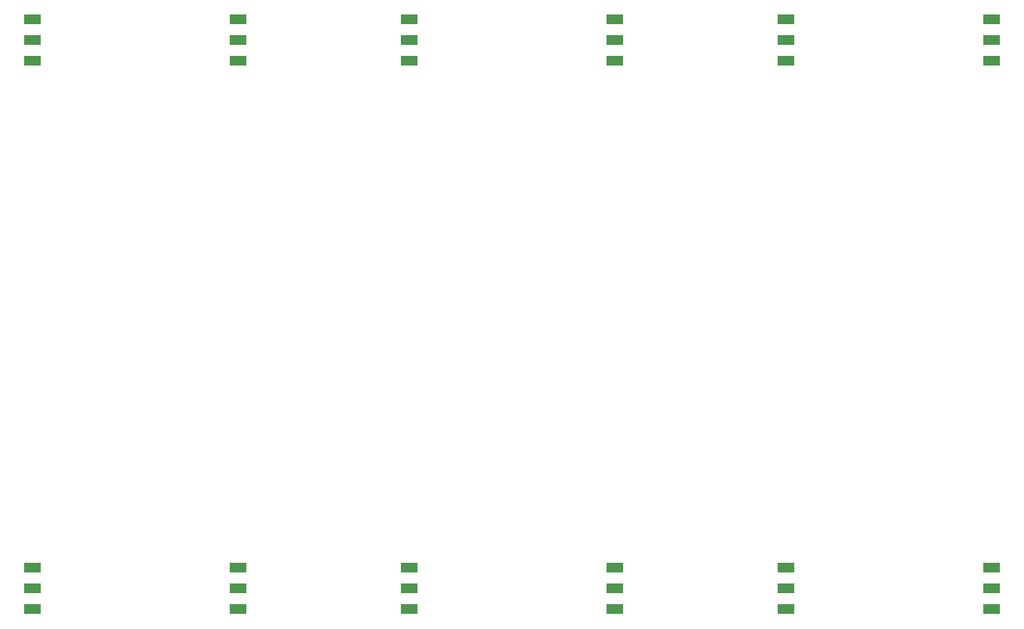
<source format=gbp>
G04 EAGLE Gerber RS-274X export*
G75*
%MOMM*%
%FSLAX34Y34*%
%LPD*%
%INSolderpaste Bottom*%
%IPPOS*%
%AMOC8*
5,1,8,0,0,1.08239X$1,22.5*%
G01*
%ADD10R,2.000000X1.200000*%


D10*
X89800Y381000D03*
X89800Y406400D03*
X89800Y355600D03*
X342000Y355600D03*
X342000Y381000D03*
X342000Y406400D03*
X552080Y381000D03*
X552080Y406400D03*
X552080Y355600D03*
X804280Y355600D03*
X804280Y381000D03*
X804280Y406400D03*
X1014360Y381000D03*
X1014360Y406400D03*
X1014360Y355600D03*
X1266560Y355600D03*
X1266560Y381000D03*
X1266560Y406400D03*
X89800Y1054100D03*
X89800Y1079500D03*
X89800Y1028700D03*
X342000Y1028700D03*
X342000Y1054100D03*
X342000Y1079500D03*
X552080Y1054100D03*
X552080Y1079500D03*
X552080Y1028700D03*
X804280Y1028700D03*
X804280Y1054100D03*
X804280Y1079500D03*
X1014360Y1054100D03*
X1014360Y1079500D03*
X1014360Y1028700D03*
X1266560Y1028700D03*
X1266560Y1054100D03*
X1266560Y1079500D03*
M02*

</source>
